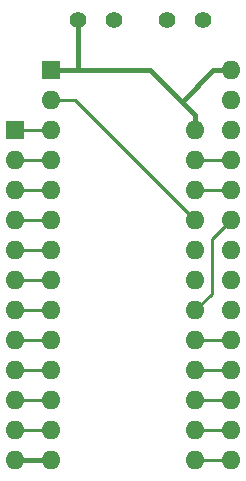
<source format=gbr>
%TF.GenerationSoftware,KiCad,Pcbnew,7.0.6*%
%TF.CreationDate,2023-08-02T16:45:22+10:00*%
%TF.ProjectId,c64 rom,63363420-726f-46d2-9e6b-696361645f70,rev?*%
%TF.SameCoordinates,Original*%
%TF.FileFunction,Copper,L2,Bot*%
%TF.FilePolarity,Positive*%
%FSLAX46Y46*%
G04 Gerber Fmt 4.6, Leading zero omitted, Abs format (unit mm)*
G04 Created by KiCad (PCBNEW 7.0.6) date 2023-08-02 16:45:22*
%MOMM*%
%LPD*%
G01*
G04 APERTURE LIST*
%TA.AperFunction,ComponentPad*%
%ADD10C,1.400000*%
%TD*%
%TA.AperFunction,ComponentPad*%
%ADD11R,1.600000X1.600000*%
%TD*%
%TA.AperFunction,ComponentPad*%
%ADD12O,1.600000X1.600000*%
%TD*%
%TA.AperFunction,Conductor*%
%ADD13C,0.450000*%
%TD*%
%TA.AperFunction,Conductor*%
%ADD14C,0.250000*%
%TD*%
G04 APERTURE END LIST*
D10*
%TO.P,A14,1,Pin_1*%
%TO.N,Net-(A14-Pin_1)*%
X88338700Y-37243000D03*
%TD*%
%TO.P,GND1,1,Pin_1*%
%TO.N,Net-(GND1-Pin_1)*%
X80772700Y-37233900D03*
%TD*%
D11*
%TO.P,S1,1,A7*%
%TO.N,Net-(S1-A7)*%
X72419600Y-46577800D03*
D12*
%TO.P,S1,2,A6*%
%TO.N,Net-(S1-A6)*%
X72419600Y-49117800D03*
%TO.P,S1,3,A5*%
%TO.N,Net-(S1-A5)*%
X72419600Y-51657800D03*
%TO.P,S1,4,A4*%
%TO.N,Net-(S1-A4)*%
X72419600Y-54197800D03*
%TO.P,S1,5,A3*%
%TO.N,Net-(S1-A3)*%
X72419600Y-56737800D03*
%TO.P,S1,6,A2*%
%TO.N,Net-(S1-A2)*%
X72419600Y-59277800D03*
%TO.P,S1,7,A1*%
%TO.N,Net-(S1-A1)*%
X72419600Y-61817800D03*
%TO.P,S1,8,A0*%
%TO.N,Net-(S1-A0)*%
X72419600Y-64357800D03*
%TO.P,S1,9,D0*%
%TO.N,Net-(S1-D0)*%
X72419600Y-66897800D03*
%TO.P,S1,10,D1*%
%TO.N,Net-(S1-D1)*%
X72419600Y-69437800D03*
%TO.P,S1,11,D2*%
%TO.N,Net-(S1-D2)*%
X72419600Y-71977800D03*
%TO.P,S1,12,GND*%
%TO.N,Net-(GND1-Pin_1)*%
X72419600Y-74517800D03*
%TO.P,S1,13,D3*%
%TO.N,Net-(S1-D3)*%
X87659600Y-74517800D03*
%TO.P,S1,14,D4*%
%TO.N,Net-(S1-D4)*%
X87659600Y-71977800D03*
%TO.P,S1,15,D5*%
%TO.N,Net-(S1-D5)*%
X87659600Y-69437800D03*
%TO.P,S1,16,D6*%
%TO.N,Net-(S1-D6)*%
X87659600Y-66897800D03*
%TO.P,S1,17,D7*%
%TO.N,Net-(S1-D7)*%
X87659600Y-64357800D03*
%TO.P,S1,18,A11*%
%TO.N,Net-(S1-A11)*%
X87659600Y-61817800D03*
%TO.P,S1,19,A10*%
%TO.N,Net-(S1-A10)*%
X87659600Y-59277800D03*
%TO.P,S1,20,~{CE}*%
%TO.N,Net-(S1-~{CE})*%
X87659600Y-56737800D03*
%TO.P,S1,21,A12*%
%TO.N,Net-(S1-A12)*%
X87659600Y-54197800D03*
%TO.P,S1,22,A9*%
%TO.N,Net-(S1-A9)*%
X87659600Y-51657800D03*
%TO.P,S1,23,A8*%
%TO.N,Net-(S1-A8)*%
X87659600Y-49117800D03*
%TO.P,S1,24,VCC*%
%TO.N,Net-(S1-VCC)*%
X87659600Y-46577800D03*
%TD*%
D10*
%TO.P,A13,1,Pin_1*%
%TO.N,Net-(A13-Pin_1)*%
X85291600Y-37233900D03*
%TD*%
%TO.P,VCC1,1,Pin_1*%
%TO.N,Net-(S1-VCC)*%
X77741300Y-37233900D03*
%TD*%
D11*
%TO.P,U1,1,VPP*%
%TO.N,Net-(S1-VCC)*%
X75415900Y-41496900D03*
D12*
%TO.P,U1,2,A12*%
%TO.N,Net-(S1-A12)*%
X75415900Y-44036900D03*
%TO.P,U1,3,A7*%
%TO.N,Net-(S1-A7)*%
X75415900Y-46576900D03*
%TO.P,U1,4,A6*%
%TO.N,Net-(S1-A6)*%
X75415900Y-49116900D03*
%TO.P,U1,5,A5*%
%TO.N,Net-(S1-A5)*%
X75415900Y-51656900D03*
%TO.P,U1,6,A4*%
%TO.N,Net-(S1-A4)*%
X75415900Y-54196900D03*
%TO.P,U1,7,A3*%
%TO.N,Net-(S1-A3)*%
X75415900Y-56736900D03*
%TO.P,U1,8,A2*%
%TO.N,Net-(S1-A2)*%
X75415900Y-59276900D03*
%TO.P,U1,9,A1*%
%TO.N,Net-(S1-A1)*%
X75415900Y-61816900D03*
%TO.P,U1,10,A0*%
%TO.N,Net-(S1-A0)*%
X75415900Y-64356900D03*
%TO.P,U1,11,D0*%
%TO.N,Net-(S1-D0)*%
X75415900Y-66896900D03*
%TO.P,U1,12,D1*%
%TO.N,Net-(S1-D1)*%
X75415900Y-69436900D03*
%TO.P,U1,13,D2*%
%TO.N,Net-(S1-D2)*%
X75415900Y-71976900D03*
%TO.P,U1,14,GND*%
%TO.N,Net-(GND1-Pin_1)*%
X75415900Y-74516900D03*
%TO.P,U1,15,D3*%
%TO.N,Net-(S1-D3)*%
X90655900Y-74516900D03*
%TO.P,U1,16,D4*%
%TO.N,Net-(S1-D4)*%
X90655900Y-71976900D03*
%TO.P,U1,17,D5*%
%TO.N,Net-(S1-D5)*%
X90655900Y-69436900D03*
%TO.P,U1,18,D6*%
%TO.N,Net-(S1-D6)*%
X90655900Y-66896900D03*
%TO.P,U1,19,D7*%
%TO.N,Net-(S1-D7)*%
X90655900Y-64356900D03*
%TO.P,U1,20,~{CE}*%
%TO.N,Net-(GND1-Pin_1)*%
X90655900Y-61816900D03*
%TO.P,U1,21,A10*%
%TO.N,Net-(S1-A10)*%
X90655900Y-59276900D03*
%TO.P,U1,22,~{OE}*%
%TO.N,Net-(S1-~{CE})*%
X90655900Y-56736900D03*
%TO.P,U1,23,A11*%
%TO.N,Net-(S1-A11)*%
X90655900Y-54196900D03*
%TO.P,U1,24,A9*%
%TO.N,Net-(S1-A9)*%
X90655900Y-51656900D03*
%TO.P,U1,25,A8*%
%TO.N,Net-(S1-A8)*%
X90655900Y-49116900D03*
%TO.P,U1,26,A13*%
%TO.N,Net-(A13-Pin_1)*%
X90655900Y-46576900D03*
%TO.P,U1,27,A14*%
%TO.N,Net-(A14-Pin_1)*%
X90655900Y-44036900D03*
%TO.P,U1,28,VCC*%
%TO.N,Net-(S1-VCC)*%
X90655900Y-41496900D03*
%TD*%
D13*
%TO.N,Net-(GND1-Pin_1)*%
X75415900Y-74516900D02*
X73547400Y-74516900D01*
X72419600Y-74517800D02*
X73546500Y-74517800D01*
X73547400Y-74516900D02*
X73546500Y-74517800D01*
D14*
%TO.N,Net-(S1-A7)*%
X75415900Y-46576900D02*
X73547400Y-46576900D01*
X72419600Y-46577800D02*
X73546500Y-46577800D01*
X73547400Y-46576900D02*
X73546500Y-46577800D01*
%TO.N,Net-(S1-A6)*%
X72419600Y-49117800D02*
X73546500Y-49117800D01*
X73547400Y-49116900D02*
X73546500Y-49117800D01*
X75415900Y-49116900D02*
X73547400Y-49116900D01*
%TO.N,Net-(S1-A5)*%
X75415900Y-51656900D02*
X73547400Y-51656900D01*
X72419600Y-51657800D02*
X73546500Y-51657800D01*
X73547400Y-51656900D02*
X73546500Y-51657800D01*
%TO.N,Net-(S1-A4)*%
X72419600Y-54197800D02*
X73546500Y-54197800D01*
X73547400Y-54196900D02*
X73546500Y-54197800D01*
X75415900Y-54196900D02*
X73547400Y-54196900D01*
%TO.N,Net-(S1-A3)*%
X75415900Y-56736900D02*
X73547400Y-56736900D01*
X73547400Y-56736900D02*
X73546500Y-56737800D01*
X72419600Y-56737800D02*
X73546500Y-56737800D01*
%TO.N,Net-(S1-A2)*%
X75415900Y-59276900D02*
X73547400Y-59276900D01*
X72419600Y-59277800D02*
X73546500Y-59277800D01*
X73547400Y-59276900D02*
X73546500Y-59277800D01*
%TO.N,Net-(S1-A1)*%
X73547400Y-61816900D02*
X73546500Y-61817800D01*
X75415900Y-61816900D02*
X73547400Y-61816900D01*
X72419600Y-61817800D02*
X73546500Y-61817800D01*
%TO.N,Net-(S1-A0)*%
X72419600Y-64357800D02*
X73546500Y-64357800D01*
X73547400Y-64356900D02*
X73546500Y-64357800D01*
X75415900Y-64356900D02*
X73547400Y-64356900D01*
%TO.N,Net-(S1-D0)*%
X73547400Y-66896900D02*
X73546500Y-66897800D01*
X72419600Y-66897800D02*
X73546500Y-66897800D01*
X75415900Y-66896900D02*
X73547400Y-66896900D01*
%TO.N,Net-(S1-D1)*%
X75415900Y-69436900D02*
X73547400Y-69436900D01*
X72419600Y-69437800D02*
X73546500Y-69437800D01*
X73547400Y-69436900D02*
X73546500Y-69437800D01*
%TO.N,Net-(S1-D2)*%
X73547400Y-71976900D02*
X73546500Y-71977800D01*
X75415900Y-71976900D02*
X73547400Y-71976900D01*
X72419600Y-71977800D02*
X73546500Y-71977800D01*
%TO.N,Net-(S1-D3)*%
X90655900Y-74516900D02*
X88787400Y-74516900D01*
X88787400Y-74516900D02*
X88786500Y-74517800D01*
X87659600Y-74517800D02*
X88786500Y-74517800D01*
%TO.N,Net-(S1-D4)*%
X87659600Y-71977800D02*
X88786500Y-71977800D01*
X90655900Y-71976900D02*
X88787400Y-71976900D01*
X88787400Y-71976900D02*
X88786500Y-71977800D01*
%TO.N,Net-(S1-D5)*%
X90655900Y-69436900D02*
X88787400Y-69436900D01*
X88787400Y-69436900D02*
X88786500Y-69437800D01*
X87659600Y-69437800D02*
X88786500Y-69437800D01*
%TO.N,Net-(S1-D6)*%
X87659600Y-66897800D02*
X88786500Y-66897800D01*
X88787400Y-66896900D02*
X88786500Y-66897800D01*
X90655900Y-66896900D02*
X88787400Y-66896900D01*
%TO.N,Net-(S1-D7)*%
X87659600Y-64357800D02*
X88786500Y-64357800D01*
X88787400Y-64356900D02*
X88786500Y-64357800D01*
X90655900Y-64356900D02*
X88787400Y-64356900D01*
%TO.N,Net-(S1-A11)*%
X89058009Y-55794791D02*
X89058009Y-60419391D01*
X89058009Y-60419391D02*
X87659600Y-61817800D01*
X90655900Y-54196900D02*
X89058009Y-55794791D01*
%TO.N,Net-(S1-A12)*%
X87632685Y-54197800D02*
X87659600Y-54197800D01*
X77471785Y-44036900D02*
X87632685Y-54197800D01*
X75415900Y-44036900D02*
X77471785Y-44036900D01*
%TO.N,Net-(S1-A9)*%
X88787400Y-51656900D02*
X88786500Y-51657800D01*
X87659600Y-51657800D02*
X88786500Y-51657800D01*
X90655900Y-51656900D02*
X88787400Y-51656900D01*
%TO.N,Net-(S1-A8)*%
X88787400Y-49116900D02*
X88786500Y-49117800D01*
X90655900Y-49116900D02*
X88787400Y-49116900D01*
X87659600Y-49117800D02*
X88786500Y-49117800D01*
D13*
%TO.N,Net-(S1-VCC)*%
X87659600Y-45338400D02*
X87659600Y-46577800D01*
X87659600Y-45338400D02*
X83818100Y-41496900D01*
X86500135Y-44178935D02*
X87659600Y-45338400D01*
X83818100Y-41496900D02*
X77741300Y-41496900D01*
X90655900Y-41496900D02*
X89182170Y-41496900D01*
X77741300Y-41496900D02*
X77741300Y-37233900D01*
X77741300Y-41496900D02*
X75415900Y-41496900D01*
X89182170Y-41496900D02*
X86500135Y-44178935D01*
%TD*%
M02*

</source>
